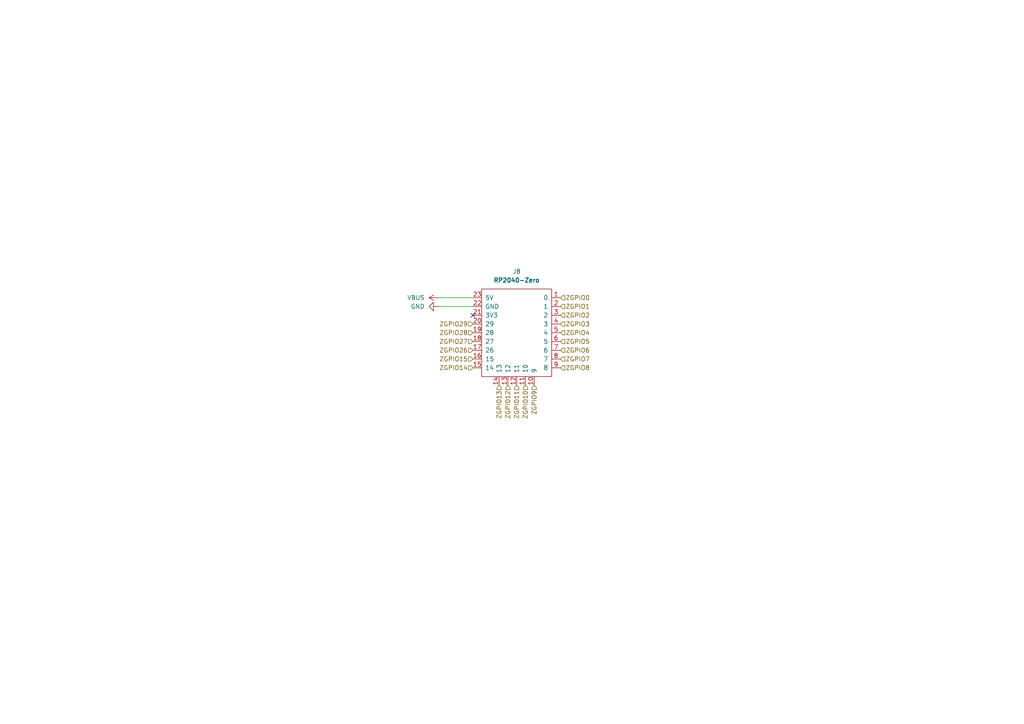
<source format=kicad_sch>
(kicad_sch (version 20250114) (generator "eeschema") (generator_version "9.0")
  (paper "A4")
  (title_block (title "${NAME}") (date "2025-04-30") (rev "${VERSION}") (company "Mikhail Matveev") (comment 1 "https://github.com/rh1tech/echo"))
  (lib_symbols
    (symbol "FRANK:RP_2040_Zero" (pin_names (offset 1.016))
      (property "Reference" "RP2" (at 0 16.51 0))
      (property "Value" "RP 2040 Zero" (at 0 13.97 0))
      (symbol "RP_2040_Zero_0_1"
        (rectangle (start -10.16 11.43) (end 10.16 -13.97))
      )
      (symbol "RP_2040_Zero_1_1"
        (pin power_out line (at -12.7 8.89 0) (length 2.54) (name "5V") (number "23"))
        (pin power_out line (at -12.7 6.35 0) (length 2.54) (name "GND") (number "22"))
        (pin power_out line (at -12.7 3.81 0) (length 2.54) (name "3V3") (number "21"))
        (pin bidirectional line (at -12.7 1.27 0) (length 2.54) (name "29") (number "20"))
        (pin bidirectional line (at -12.7 -1.27 0) (length 2.54) (name "28") (number "19"))
        (pin bidirectional line (at -12.7 -3.81 0) (length 2.54) (name "27") (number "18"))
        (pin bidirectional line (at -12.7 -6.35 0) (length 2.54) (name "26") (number "17"))
        (pin bidirectional line (at -12.7 -8.89 0) (length 2.54) (name "15") (number "16"))
        (pin bidirectional line (at -12.7 -11.43 0) (length 2.54) (name "14") (number "15"))
        (pin bidirectional line (at -5.08 -16.51 90) (length 2.54) (name "13") (number "14"))
        (pin bidirectional line (at -2.54 -16.51 90) (length 2.54) (name "12") (number "13"))
        (pin bidirectional line (at 0 -16.51 90) (length 2.54) (name "11") (number "12"))
        (pin bidirectional line (at 2.54 -16.51 90) (length 2.54) (name "10") (number "11"))
        (pin bidirectional line (at 5.08 -16.51 90) (length 2.54) (name "9") (number "10"))
        (pin bidirectional line (at 12.7 8.89 180) (length 2.54) (name "0") (number "1"))
        (pin bidirectional line (at 12.7 6.35 180) (length 2.54) (name "1") (number "2"))
        (pin bidirectional line (at 12.7 3.81 180) (length 2.54) (name "2") (number "3"))
        (pin bidirectional line (at 12.7 1.27 180) (length 2.54) (name "3") (number "4"))
        (pin bidirectional line (at 12.7 -1.27 180) (length 2.54) (name "4") (number "5"))
        (pin bidirectional line (at 12.7 -3.81 180) (length 2.54) (name "5") (number "6"))
        (pin bidirectional line (at 12.7 -6.35 180) (length 2.54) (name "6") (number "7"))
        (pin bidirectional line (at 12.7 -8.89 180) (length 2.54) (name "7") (number "8"))
        (pin bidirectional line (at 12.7 -11.43 180) (length 2.54) (name "8") (number "9"))
      )
    )
    (symbol "GND_1" (power) (pin_numbers (hide yes)) (pin_names (offset 0) (hide yes))
      (property "Value" "GND" (at 0 -3.81 0))
      (symbol "GND_1_0_1"
        (polyline (pts (xy 0 0) (xy 0 -1.27) (xy 1.27 -1.27) (xy 0 -2.54) (xy -1.27 -1.27) (xy 0 -1.27)))
      )
      (symbol "GND_1_1_1"
        (pin power_in line (at 0 0 270) (length 0) (name "~") (number "1"))
      )
    )
    (symbol "power:VBUS" (power) (pin_numbers (hide yes)) (pin_names (offset 0) (hide yes))
      (property "Value" "VBUS" (at 0 3.556 0))
      (symbol "VBUS_0_1"
        (polyline (pts (xy -0.762 1.27) (xy 0 2.54)))
        (polyline (pts (xy 0 2.54) (xy 0.762 1.27)))
        (polyline (pts (xy 0 0) (xy 0 2.54)))
      )
      (symbol "VBUS_1_1"
        (pin power_in line (at 0 0 90) (length 0) (name "~") (number "1"))
      )
    )
  )
  (no_connect (at 137.16 91.44))
  (wire (pts (xy 127 88.9) (xy 137.16 88.9)))
  (wire (pts (xy 127 86.36) (xy 137.16 86.36)))
  (hierarchical_label "ZGPIO26" (shape input) (at 137.16 101.6 180))
  (hierarchical_label "ZGPIO7" (shape input) (at 162.56 104.14 0))
  (hierarchical_label "ZGPIO14" (shape input) (at 137.16 106.68 180))
  (hierarchical_label "ZGPIO2" (shape input) (at 162.56 91.44 0))
  (hierarchical_label "ZGPIO9" (shape input) (at 154.94 111.76 270))
  (hierarchical_label "ZGPIO10" (shape input) (at 152.4 111.76 270))
  (hierarchical_label "ZGPIO11" (shape input) (at 149.86 111.76 270))
  (hierarchical_label "ZGPIO12" (shape input) (at 147.32 111.76 270))
  (hierarchical_label "ZGPIO0" (shape input) (at 162.56 86.36 0))
  (hierarchical_label "ZGPIO13" (shape input) (at 144.78 111.76 270))
  (hierarchical_label "ZGPIO28" (shape input) (at 137.16 96.52 180))
  (hierarchical_label "ZGPIO15" (shape input) (at 137.16 104.14 180))
  (hierarchical_label "ZGPIO1" (shape input) (at 162.56 88.9 0))
  (hierarchical_label "ZGPIO5" (shape input) (at 162.56 99.06 0))
  (hierarchical_label "ZGPIO29" (shape input) (at 137.16 93.98 180))
  (hierarchical_label "ZGPIO8" (shape input) (at 162.56 106.68 0))
  (hierarchical_label "ZGPIO3" (shape input) (at 162.56 93.98 0))
  (hierarchical_label "ZGPIO27" (shape input) (at 137.16 99.06 180))
  (hierarchical_label "ZGPIO6" (shape input) (at 162.56 101.6 0))
  (hierarchical_label "ZGPIO4" (shape input) (at 162.56 96.52 0))
  (symbol (lib_id "power:VBUS") (at 127 86.36 90) (unit 1)
    (property "Reference" "#PWR049" (effects (hide yes)))
    (property "Value" "VBUS" (at 123.19 86.3599 90) (effects (justify left)))
    (property "Description" "Power symbol creates a global label with name \"VBUS\"" (effects (hide yes)))
  )
  (symbol (lib_id "FRANK:RP_2040_Zero") (at 149.86 95.25 0) (unit 1)
    (property "Reference" "J8" (at 149.86 78.74 0))
    (property "Value" "RP2040-Zero" (at 149.86 81.28 0) (effects (font (bold yes))))
    (property "Footprint" "FRANK:Raspberry Pi Zero" (effects (hide yes)))
    (property "Datasheet" "https://files.waveshare.com/upload/f/fd/Rp2040_datasheet.pdf" (effects (hide yes)))
    (property "AliExpress" "https://www.aliexpress.com/item/1005006354505058.html" (effects (hide yes)))
  )
  (symbol (lib_name "GND_1") (lib_id "power:GND") (at 127 88.9 270) (unit 1)
    (property "Reference" "#PWR050" (effects (hide yes)))
    (property "Value" "GND" (at 123.19 88.8999 90) (effects (justify right)))
    (property "Description" "Power symbol creates a global label with name \"GND\" , ground" (effects (hide yes)))
  )
)
</source>
